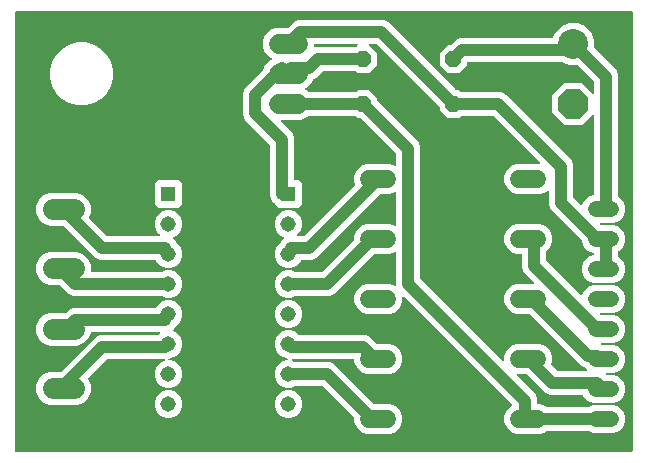
<source format=gbr>
G04 EAGLE Gerber RS-274X export*
G75*
%MOMM*%
%FSLAX34Y34*%
%LPD*%
%INTop Copper*%
%IPPOS*%
%AMOC8*
5,1,8,0,0,1.08239X$1,22.5*%
G01*
%ADD10R,1.308000X1.308000*%
%ADD11C,1.308000*%
%ADD12C,2.540000*%
%ADD13P,2.749271X8X292.500000*%
%ADD14C,1.524000*%
%ADD15C,1.676400*%
%ADD16P,1.429621X8X22.500000*%
%ADD17C,1.320800*%
%ADD18C,1.790700*%
%ADD19C,1.016000*%

G36*
X608098Y10164D02*
X608098Y10164D01*
X608117Y10162D01*
X608219Y10184D01*
X608321Y10200D01*
X608338Y10210D01*
X608358Y10214D01*
X608447Y10267D01*
X608538Y10316D01*
X608552Y10330D01*
X608569Y10340D01*
X608636Y10419D01*
X608708Y10494D01*
X608716Y10512D01*
X608729Y10527D01*
X608768Y10623D01*
X608811Y10717D01*
X608813Y10737D01*
X608821Y10755D01*
X608839Y10922D01*
X608839Y382678D01*
X608836Y382698D01*
X608838Y382717D01*
X608816Y382819D01*
X608800Y382921D01*
X608790Y382938D01*
X608786Y382958D01*
X608733Y383047D01*
X608684Y383138D01*
X608670Y383152D01*
X608660Y383169D01*
X608581Y383236D01*
X608506Y383308D01*
X608488Y383316D01*
X608473Y383329D01*
X608377Y383368D01*
X608283Y383411D01*
X608263Y383413D01*
X608245Y383421D01*
X608078Y383439D01*
X87122Y383439D01*
X87102Y383436D01*
X87083Y383438D01*
X86981Y383416D01*
X86879Y383400D01*
X86862Y383390D01*
X86842Y383386D01*
X86753Y383333D01*
X86662Y383284D01*
X86648Y383270D01*
X86631Y383260D01*
X86564Y383181D01*
X86492Y383106D01*
X86484Y383088D01*
X86471Y383073D01*
X86432Y382977D01*
X86389Y382883D01*
X86387Y382863D01*
X86379Y382845D01*
X86361Y382678D01*
X86361Y10922D01*
X86364Y10902D01*
X86362Y10883D01*
X86384Y10781D01*
X86400Y10679D01*
X86410Y10662D01*
X86414Y10642D01*
X86467Y10553D01*
X86516Y10462D01*
X86530Y10448D01*
X86540Y10431D01*
X86619Y10364D01*
X86694Y10292D01*
X86712Y10284D01*
X86727Y10271D01*
X86823Y10232D01*
X86917Y10189D01*
X86937Y10187D01*
X86955Y10179D01*
X87122Y10161D01*
X608078Y10161D01*
X608098Y10164D01*
G37*
%LPC*%
G36*
X510554Y25399D02*
X510554Y25399D01*
X505886Y27333D01*
X502313Y30906D01*
X500379Y35574D01*
X500379Y40626D01*
X502313Y45294D01*
X505886Y48867D01*
X506514Y49128D01*
X506553Y49152D01*
X506597Y49168D01*
X506657Y49216D01*
X506723Y49257D01*
X506753Y49293D01*
X506789Y49321D01*
X506831Y49387D01*
X506880Y49447D01*
X506897Y49490D01*
X506922Y49528D01*
X506941Y49604D01*
X506968Y49676D01*
X506970Y49722D01*
X506982Y49767D01*
X506976Y49844D01*
X506979Y49922D01*
X506966Y49966D01*
X506962Y50012D01*
X506932Y50083D01*
X506910Y50158D01*
X506884Y50196D01*
X506866Y50238D01*
X506781Y50345D01*
X506770Y50360D01*
X506766Y50363D01*
X506761Y50369D01*
X415320Y141810D01*
X415262Y141852D01*
X415210Y141902D01*
X415163Y141924D01*
X415121Y141954D01*
X415052Y141975D01*
X414987Y142005D01*
X414935Y142011D01*
X414885Y142026D01*
X414814Y142024D01*
X414743Y142032D01*
X414692Y142021D01*
X414640Y142020D01*
X414572Y141995D01*
X414502Y141980D01*
X414458Y141953D01*
X414409Y141935D01*
X414353Y141891D01*
X414291Y141854D01*
X414257Y141814D01*
X414217Y141782D01*
X414178Y141721D01*
X414131Y141667D01*
X414112Y141619D01*
X414084Y141575D01*
X414066Y141505D01*
X414039Y141439D01*
X414031Y141367D01*
X414023Y141336D01*
X414025Y141313D01*
X414021Y141272D01*
X414021Y137174D01*
X412087Y132506D01*
X408514Y128933D01*
X403846Y126999D01*
X383554Y126999D01*
X378886Y128933D01*
X375313Y132506D01*
X373379Y137174D01*
X373379Y142226D01*
X375313Y146894D01*
X378886Y150467D01*
X383554Y152401D01*
X403846Y152401D01*
X407887Y150727D01*
X407931Y150717D01*
X407973Y150697D01*
X408050Y150689D01*
X408126Y150671D01*
X408172Y150675D01*
X408217Y150670D01*
X408294Y150687D01*
X408371Y150694D01*
X408413Y150713D01*
X408458Y150722D01*
X408525Y150762D01*
X408596Y150794D01*
X408630Y150825D01*
X408669Y150849D01*
X408720Y150908D01*
X408777Y150960D01*
X408799Y151001D01*
X408829Y151036D01*
X408858Y151108D01*
X408895Y151176D01*
X408904Y151221D01*
X408921Y151264D01*
X408936Y151400D01*
X408939Y151418D01*
X408938Y151423D01*
X408939Y151430D01*
X408939Y178770D01*
X408932Y178815D01*
X408934Y178861D01*
X408912Y178936D01*
X408900Y179012D01*
X408878Y179053D01*
X408865Y179097D01*
X408821Y179161D01*
X408784Y179230D01*
X408751Y179261D01*
X408725Y179299D01*
X408662Y179345D01*
X408606Y179399D01*
X408564Y179418D01*
X408528Y179446D01*
X408454Y179470D01*
X408383Y179503D01*
X408337Y179508D01*
X408294Y179522D01*
X408216Y179521D01*
X408139Y179530D01*
X408094Y179520D01*
X408048Y179520D01*
X407916Y179481D01*
X407898Y179478D01*
X407894Y179475D01*
X407887Y179473D01*
X403846Y177799D01*
X390604Y177799D01*
X390514Y177785D01*
X390423Y177777D01*
X390393Y177765D01*
X390361Y177760D01*
X390281Y177717D01*
X390197Y177681D01*
X390165Y177655D01*
X390144Y177644D01*
X390122Y177621D01*
X390066Y177576D01*
X356276Y143786D01*
X352541Y142239D01*
X323488Y142239D01*
X323423Y142229D01*
X323357Y142228D01*
X323277Y142205D01*
X323245Y142200D01*
X323228Y142190D01*
X323196Y142181D01*
X319812Y140779D01*
X315188Y140779D01*
X310917Y142548D01*
X307648Y145817D01*
X305879Y150088D01*
X305879Y154712D01*
X307648Y158983D01*
X310917Y162252D01*
X315188Y164021D01*
X319812Y164021D01*
X323196Y162619D01*
X323260Y162604D01*
X323321Y162579D01*
X323404Y162570D01*
X323436Y162563D01*
X323455Y162564D01*
X323488Y162561D01*
X345996Y162561D01*
X346086Y162575D01*
X346177Y162583D01*
X346207Y162595D01*
X346239Y162600D01*
X346319Y162643D01*
X346403Y162679D01*
X346435Y162705D01*
X346456Y162716D01*
X346478Y162739D01*
X346534Y162784D01*
X373156Y189406D01*
X373209Y189480D01*
X373269Y189549D01*
X373281Y189579D01*
X373300Y189606D01*
X373327Y189692D01*
X373361Y189777D01*
X373365Y189818D01*
X373372Y189841D01*
X373371Y189873D01*
X373379Y189944D01*
X373379Y193026D01*
X375313Y197694D01*
X378886Y201267D01*
X383554Y203201D01*
X403846Y203201D01*
X407887Y201527D01*
X407931Y201517D01*
X407973Y201497D01*
X408050Y201489D01*
X408126Y201471D01*
X408172Y201475D01*
X408217Y201470D01*
X408294Y201487D01*
X408371Y201494D01*
X408413Y201513D01*
X408458Y201522D01*
X408525Y201562D01*
X408596Y201594D01*
X408630Y201625D01*
X408669Y201649D01*
X408720Y201708D01*
X408777Y201760D01*
X408799Y201801D01*
X408829Y201836D01*
X408858Y201908D01*
X408895Y201976D01*
X408904Y202021D01*
X408921Y202064D01*
X408936Y202200D01*
X408939Y202218D01*
X408938Y202223D01*
X408939Y202230D01*
X408939Y229570D01*
X408932Y229615D01*
X408934Y229661D01*
X408912Y229736D01*
X408900Y229812D01*
X408878Y229853D01*
X408865Y229897D01*
X408821Y229961D01*
X408784Y230030D01*
X408751Y230061D01*
X408725Y230099D01*
X408662Y230145D01*
X408606Y230199D01*
X408564Y230218D01*
X408528Y230246D01*
X408454Y230270D01*
X408383Y230303D01*
X408337Y230308D01*
X408294Y230322D01*
X408216Y230321D01*
X408139Y230330D01*
X408094Y230320D01*
X408048Y230320D01*
X407916Y230281D01*
X407898Y230278D01*
X407894Y230275D01*
X407887Y230273D01*
X403846Y228599D01*
X395684Y228599D01*
X395594Y228585D01*
X395503Y228577D01*
X395473Y228565D01*
X395441Y228560D01*
X395361Y228517D01*
X395277Y228481D01*
X395245Y228455D01*
X395224Y228444D01*
X395202Y228421D01*
X395146Y228376D01*
X341036Y174266D01*
X337301Y172719D01*
X328482Y172719D01*
X328368Y172700D01*
X328251Y172683D01*
X328246Y172681D01*
X328240Y172680D01*
X328137Y172625D01*
X328032Y172572D01*
X328028Y172567D01*
X328022Y172564D01*
X327942Y172480D01*
X327860Y172396D01*
X327856Y172390D01*
X327853Y172386D01*
X327845Y172369D01*
X327779Y172249D01*
X327352Y171217D01*
X324083Y167948D01*
X319812Y166179D01*
X315188Y166179D01*
X310917Y167948D01*
X307648Y171217D01*
X305879Y175488D01*
X305879Y180112D01*
X307648Y184383D01*
X310983Y187717D01*
X311021Y187770D01*
X311067Y187817D01*
X311107Y187890D01*
X311127Y187917D01*
X311132Y187936D01*
X311148Y187964D01*
X311426Y188636D01*
X311602Y188812D01*
X311625Y188843D01*
X311654Y188868D01*
X311745Y189009D01*
X311856Y189232D01*
X313090Y190302D01*
X313103Y190317D01*
X313129Y190339D01*
X313804Y191013D01*
X313831Y191051D01*
X313865Y191082D01*
X313902Y191150D01*
X313948Y191213D01*
X313961Y191257D01*
X313983Y191297D01*
X313997Y191374D01*
X314020Y191448D01*
X314019Y191494D01*
X314027Y191539D01*
X314016Y191616D01*
X314014Y191694D01*
X313998Y191737D01*
X313991Y191783D01*
X313956Y191852D01*
X313929Y191925D01*
X313900Y191961D01*
X313880Y192002D01*
X313824Y192056D01*
X313775Y192117D01*
X313737Y192142D01*
X313704Y192174D01*
X313584Y192240D01*
X313568Y192250D01*
X313564Y192251D01*
X313557Y192255D01*
X310917Y193348D01*
X307648Y196617D01*
X305879Y200888D01*
X305879Y205512D01*
X307648Y209783D01*
X310917Y213052D01*
X315188Y214821D01*
X319812Y214821D01*
X324083Y213052D01*
X327352Y209783D01*
X329121Y205512D01*
X329121Y200888D01*
X327352Y196617D01*
X325074Y194340D01*
X325033Y194282D01*
X324983Y194230D01*
X324961Y194183D01*
X324931Y194141D01*
X324910Y194072D01*
X324880Y194007D01*
X324874Y193955D01*
X324859Y193905D01*
X324860Y193834D01*
X324853Y193763D01*
X324864Y193712D01*
X324865Y193660D01*
X324890Y193592D01*
X324905Y193522D01*
X324931Y193477D01*
X324949Y193429D01*
X324994Y193373D01*
X325031Y193311D01*
X325071Y193277D01*
X325103Y193237D01*
X325163Y193198D01*
X325218Y193151D01*
X325266Y193132D01*
X325310Y193104D01*
X325379Y193086D01*
X325446Y193059D01*
X325517Y193051D01*
X325549Y193043D01*
X325572Y193045D01*
X325613Y193041D01*
X330756Y193041D01*
X330846Y193055D01*
X330937Y193063D01*
X330967Y193075D01*
X330999Y193080D01*
X331079Y193123D01*
X331163Y193159D01*
X331195Y193185D01*
X331216Y193196D01*
X331238Y193219D01*
X331294Y193264D01*
X374023Y235992D01*
X374090Y236086D01*
X374161Y236181D01*
X374163Y236187D01*
X374166Y236192D01*
X374200Y236303D01*
X374237Y236415D01*
X374237Y236421D01*
X374239Y236427D01*
X374236Y236544D01*
X374234Y236661D01*
X374232Y236668D01*
X374232Y236673D01*
X374226Y236690D01*
X374188Y236822D01*
X373379Y238774D01*
X373379Y243826D01*
X375313Y248494D01*
X378886Y252067D01*
X383554Y254001D01*
X403846Y254001D01*
X407887Y252327D01*
X407931Y252317D01*
X407973Y252297D01*
X408050Y252289D01*
X408126Y252271D01*
X408172Y252275D01*
X408217Y252270D01*
X408294Y252287D01*
X408371Y252294D01*
X408413Y252313D01*
X408458Y252322D01*
X408525Y252362D01*
X408596Y252394D01*
X408630Y252425D01*
X408669Y252449D01*
X408720Y252508D01*
X408777Y252560D01*
X408799Y252601D01*
X408829Y252636D01*
X408858Y252708D01*
X408895Y252776D01*
X408904Y252821D01*
X408921Y252864D01*
X408936Y252999D01*
X408939Y253018D01*
X408938Y253023D01*
X408939Y253030D01*
X408939Y262176D01*
X408925Y262266D01*
X408917Y262357D01*
X408905Y262387D01*
X408900Y262419D01*
X408857Y262499D01*
X408821Y262583D01*
X408795Y262615D01*
X408784Y262636D01*
X408761Y262658D01*
X408716Y262714D01*
X378538Y292892D01*
X378464Y292945D01*
X378395Y293005D01*
X378365Y293017D01*
X378338Y293036D01*
X378252Y293063D01*
X378167Y293097D01*
X378126Y293101D01*
X378103Y293108D01*
X378071Y293107D01*
X378000Y293115D01*
X376160Y293115D01*
X374859Y294416D01*
X374785Y294469D01*
X374716Y294529D01*
X374686Y294541D01*
X374659Y294560D01*
X374572Y294587D01*
X374487Y294621D01*
X374447Y294625D01*
X374424Y294632D01*
X374392Y294631D01*
X374321Y294639D01*
X335076Y294639D01*
X334986Y294625D01*
X334895Y294617D01*
X334865Y294605D01*
X334833Y294600D01*
X334752Y294557D01*
X334668Y294521D01*
X334636Y294495D01*
X334616Y294484D01*
X334593Y294461D01*
X334537Y294416D01*
X333508Y293387D01*
X328560Y291337D01*
X311610Y291337D01*
X311539Y291326D01*
X311468Y291324D01*
X311419Y291306D01*
X311367Y291298D01*
X311304Y291264D01*
X311237Y291239D01*
X311196Y291207D01*
X311150Y291182D01*
X311101Y291130D01*
X311045Y291086D01*
X311016Y291042D01*
X310980Y291004D01*
X310950Y290939D01*
X310912Y290879D01*
X310899Y290828D01*
X310877Y290781D01*
X310869Y290710D01*
X310851Y290640D01*
X310856Y290588D01*
X310850Y290537D01*
X310865Y290466D01*
X310871Y290395D01*
X310891Y290347D01*
X310902Y290296D01*
X310939Y290235D01*
X310967Y290169D01*
X311012Y290113D01*
X311028Y290085D01*
X311046Y290070D01*
X311072Y290038D01*
X321034Y280076D01*
X322581Y276341D01*
X322581Y240982D01*
X322584Y240962D01*
X322582Y240943D01*
X322604Y240841D01*
X322620Y240739D01*
X322630Y240722D01*
X322634Y240702D01*
X322687Y240613D01*
X322736Y240522D01*
X322750Y240508D01*
X322760Y240491D01*
X322839Y240424D01*
X322914Y240352D01*
X322932Y240344D01*
X322947Y240331D01*
X323043Y240292D01*
X323137Y240249D01*
X323157Y240247D01*
X323175Y240239D01*
X323342Y240221D01*
X326145Y240221D01*
X329121Y237245D01*
X329121Y219955D01*
X326145Y216979D01*
X308855Y216979D01*
X305879Y219955D01*
X305879Y220456D01*
X305865Y220546D01*
X305857Y220637D01*
X305845Y220667D01*
X305840Y220699D01*
X305797Y220779D01*
X305761Y220863D01*
X305735Y220895D01*
X305724Y220916D01*
X305701Y220938D01*
X305656Y220994D01*
X303806Y222844D01*
X302259Y226579D01*
X302259Y269796D01*
X302245Y269886D01*
X302237Y269977D01*
X302225Y270007D01*
X302220Y270039D01*
X302177Y270119D01*
X302141Y270203D01*
X302115Y270235D01*
X302104Y270256D01*
X302081Y270278D01*
X302036Y270334D01*
X280946Y291424D01*
X279399Y295159D01*
X279399Y314441D01*
X280946Y318176D01*
X295553Y332782D01*
X295591Y332836D01*
X295637Y332882D01*
X295677Y332956D01*
X295697Y332982D01*
X295702Y333001D01*
X295718Y333029D01*
X297705Y337826D01*
X301492Y341613D01*
X302901Y342197D01*
X302962Y342235D01*
X303027Y342264D01*
X303066Y342299D01*
X303110Y342326D01*
X303156Y342382D01*
X303208Y342430D01*
X303233Y342476D01*
X303267Y342516D01*
X303292Y342583D01*
X303327Y342646D01*
X303336Y342697D01*
X303355Y342745D01*
X303358Y342817D01*
X303371Y342888D01*
X303363Y342939D01*
X303365Y342991D01*
X303345Y343060D01*
X303335Y343131D01*
X303311Y343177D01*
X303297Y343227D01*
X303256Y343286D01*
X303223Y343350D01*
X303186Y343387D01*
X303156Y343429D01*
X303099Y343472D01*
X303048Y343522D01*
X302985Y343557D01*
X302959Y343576D01*
X302937Y343583D01*
X302901Y343603D01*
X301492Y344187D01*
X297705Y347974D01*
X295655Y352922D01*
X295655Y358278D01*
X297705Y363226D01*
X301492Y367013D01*
X306440Y369063D01*
X316278Y369063D01*
X316368Y369077D01*
X316459Y369085D01*
X316489Y369097D01*
X316521Y369102D01*
X316601Y369145D01*
X316685Y369181D01*
X316717Y369207D01*
X316738Y369218D01*
X316760Y369241D01*
X316816Y369286D01*
X321904Y374374D01*
X325639Y375921D01*
X398261Y375921D01*
X401996Y374374D01*
X404961Y371409D01*
X459662Y316708D01*
X459736Y316655D01*
X459805Y316595D01*
X459835Y316583D01*
X459861Y316564D01*
X459948Y316537D01*
X460033Y316503D01*
X460074Y316499D01*
X460097Y316492D01*
X460129Y316493D01*
X460200Y316485D01*
X462040Y316485D01*
X463341Y315184D01*
X463415Y315131D01*
X463484Y315071D01*
X463514Y315059D01*
X463541Y315040D01*
X463628Y315013D01*
X463713Y314979D01*
X463753Y314975D01*
X463776Y314968D01*
X463808Y314969D01*
X463879Y314961D01*
X497321Y314961D01*
X501056Y313414D01*
X557254Y257216D01*
X558801Y253481D01*
X558801Y225504D01*
X558815Y225414D01*
X558823Y225323D01*
X558835Y225293D01*
X558840Y225261D01*
X558883Y225181D01*
X558919Y225097D01*
X558945Y225065D01*
X558956Y225044D01*
X558979Y225022D01*
X559024Y224966D01*
X565063Y218927D01*
X565100Y218900D01*
X565131Y218866D01*
X565200Y218828D01*
X565263Y218783D01*
X565306Y218770D01*
X565347Y218747D01*
X565423Y218734D01*
X565498Y218711D01*
X565544Y218712D01*
X565589Y218704D01*
X565666Y218715D01*
X565744Y218717D01*
X565787Y218733D01*
X565832Y218739D01*
X565901Y218775D01*
X565975Y218801D01*
X566010Y218830D01*
X566051Y218851D01*
X566106Y218907D01*
X566167Y218955D01*
X566191Y218994D01*
X566224Y219027D01*
X566290Y219146D01*
X566300Y219162D01*
X566301Y219167D01*
X566304Y219174D01*
X567690Y222519D01*
X570977Y225806D01*
X575272Y227585D01*
X575818Y227585D01*
X575838Y227588D01*
X575857Y227586D01*
X575959Y227608D01*
X576061Y227624D01*
X576078Y227634D01*
X576098Y227638D01*
X576187Y227691D01*
X576278Y227740D01*
X576292Y227754D01*
X576309Y227764D01*
X576376Y227843D01*
X576448Y227918D01*
X576456Y227936D01*
X576469Y227951D01*
X576508Y228047D01*
X576551Y228141D01*
X576553Y228161D01*
X576561Y228179D01*
X576579Y228346D01*
X576579Y295596D01*
X576568Y295666D01*
X576566Y295738D01*
X576548Y295787D01*
X576540Y295838D01*
X576506Y295902D01*
X576481Y295969D01*
X576449Y296010D01*
X576424Y296056D01*
X576372Y296105D01*
X576328Y296161D01*
X576284Y296189D01*
X576246Y296225D01*
X576181Y296255D01*
X576121Y296294D01*
X576070Y296307D01*
X576023Y296329D01*
X575952Y296337D01*
X575882Y296354D01*
X575830Y296350D01*
X575779Y296356D01*
X575708Y296341D01*
X575637Y296335D01*
X575589Y296315D01*
X575538Y296304D01*
X575477Y296267D01*
X575411Y296239D01*
X575355Y296194D01*
X575327Y296178D01*
X575312Y296160D01*
X575280Y296134D01*
X566165Y287019D01*
X551435Y287019D01*
X541019Y297435D01*
X541019Y312165D01*
X551435Y322581D01*
X566165Y322581D01*
X575280Y313466D01*
X575338Y313424D01*
X575390Y313375D01*
X575437Y313353D01*
X575479Y313322D01*
X575548Y313301D01*
X575613Y313271D01*
X575665Y313265D01*
X575715Y313250D01*
X575786Y313252D01*
X575857Y313244D01*
X575908Y313255D01*
X575960Y313256D01*
X576028Y313281D01*
X576098Y313296D01*
X576143Y313323D01*
X576191Y313341D01*
X576247Y313386D01*
X576309Y313422D01*
X576343Y313462D01*
X576383Y313495D01*
X576422Y313555D01*
X576469Y313609D01*
X576488Y313658D01*
X576516Y313702D01*
X576534Y313771D01*
X576561Y313838D01*
X576569Y313909D01*
X576577Y313940D01*
X576575Y313963D01*
X576579Y314004D01*
X576579Y323136D01*
X576565Y323226D01*
X576557Y323317D01*
X576545Y323347D01*
X576540Y323379D01*
X576497Y323459D01*
X576461Y323543D01*
X576435Y323575D01*
X576424Y323596D01*
X576401Y323618D01*
X576356Y323674D01*
X562434Y337596D01*
X562360Y337649D01*
X562291Y337709D01*
X562261Y337721D01*
X562235Y337740D01*
X562148Y337767D01*
X562063Y337801D01*
X562022Y337805D01*
X561999Y337812D01*
X561967Y337811D01*
X561896Y337819D01*
X555263Y337819D01*
X549271Y340301D01*
X549207Y340316D01*
X549146Y340341D01*
X549064Y340350D01*
X549031Y340357D01*
X549012Y340356D01*
X548980Y340359D01*
X469646Y340359D01*
X469626Y340356D01*
X469607Y340358D01*
X469505Y340336D01*
X469403Y340320D01*
X469386Y340310D01*
X469366Y340306D01*
X469277Y340253D01*
X469186Y340204D01*
X469172Y340190D01*
X469155Y340180D01*
X469088Y340101D01*
X469016Y340026D01*
X469008Y340008D01*
X468995Y339993D01*
X468956Y339897D01*
X468913Y339803D01*
X468911Y339783D01*
X468903Y339765D01*
X468885Y339598D01*
X468885Y338060D01*
X462040Y331215D01*
X452360Y331215D01*
X445515Y338060D01*
X445515Y347740D01*
X452360Y354585D01*
X454200Y354585D01*
X454290Y354599D01*
X454381Y354607D01*
X454411Y354619D01*
X454443Y354624D01*
X454523Y354667D01*
X454607Y354703D01*
X454639Y354729D01*
X454660Y354740D01*
X454682Y354763D01*
X454738Y354808D01*
X459064Y359134D01*
X462799Y360681D01*
X541150Y360681D01*
X541265Y360700D01*
X541381Y360717D01*
X541387Y360719D01*
X541393Y360720D01*
X541496Y360775D01*
X541600Y360828D01*
X541605Y360833D01*
X541610Y360836D01*
X541690Y360920D01*
X541773Y361004D01*
X541776Y361010D01*
X541780Y361014D01*
X541787Y361031D01*
X541853Y361151D01*
X543726Y365672D01*
X548728Y370674D01*
X555263Y373381D01*
X562337Y373381D01*
X568872Y370674D01*
X573874Y365672D01*
X576581Y359137D01*
X576581Y352504D01*
X576595Y352414D01*
X576603Y352323D01*
X576615Y352293D01*
X576620Y352261D01*
X576663Y352181D01*
X576699Y352097D01*
X576725Y352065D01*
X576736Y352044D01*
X576759Y352022D01*
X576804Y351966D01*
X595354Y333416D01*
X596901Y329681D01*
X596901Y226531D01*
X596920Y226416D01*
X596937Y226300D01*
X596939Y226294D01*
X596940Y226288D01*
X596995Y226185D01*
X597048Y226081D01*
X597053Y226076D01*
X597056Y226071D01*
X597141Y225990D01*
X597224Y225908D01*
X597230Y225905D01*
X597234Y225901D01*
X597251Y225893D01*
X597371Y225827D01*
X597423Y225806D01*
X600710Y222519D01*
X602489Y218224D01*
X602489Y213576D01*
X600710Y209281D01*
X597423Y205994D01*
X593128Y204215D01*
X581612Y204215D01*
X581541Y204204D01*
X581470Y204202D01*
X581421Y204184D01*
X581369Y204176D01*
X581306Y204142D01*
X581239Y204117D01*
X581198Y204085D01*
X581152Y204060D01*
X581103Y204009D01*
X581047Y203964D01*
X581018Y203920D01*
X580982Y203882D01*
X580952Y203817D01*
X580914Y203757D01*
X580901Y203706D01*
X580879Y203659D01*
X580871Y203588D01*
X580853Y203518D01*
X580858Y203466D01*
X580852Y203415D01*
X580867Y203344D01*
X580873Y203273D01*
X580893Y203225D01*
X580904Y203174D01*
X580941Y203113D01*
X580969Y203047D01*
X581014Y202991D01*
X581030Y202963D01*
X581048Y202948D01*
X581074Y202916D01*
X581582Y202408D01*
X581656Y202355D01*
X581725Y202295D01*
X581755Y202283D01*
X581781Y202264D01*
X581868Y202237D01*
X581953Y202203D01*
X581994Y202199D01*
X582017Y202192D01*
X582049Y202193D01*
X582120Y202185D01*
X593128Y202185D01*
X597423Y200406D01*
X600710Y197119D01*
X602489Y192824D01*
X602489Y188176D01*
X600710Y183881D01*
X597423Y180594D01*
X597371Y180573D01*
X597271Y180511D01*
X597171Y180451D01*
X597167Y180446D01*
X597162Y180443D01*
X597087Y180353D01*
X597011Y180264D01*
X597009Y180258D01*
X597005Y180253D01*
X596963Y180145D01*
X596919Y180036D01*
X596918Y180028D01*
X596917Y180024D01*
X596916Y180006D01*
X596901Y179869D01*
X596901Y175731D01*
X596920Y175616D01*
X596937Y175500D01*
X596939Y175494D01*
X596940Y175488D01*
X596995Y175385D01*
X597048Y175281D01*
X597053Y175276D01*
X597056Y175271D01*
X597141Y175190D01*
X597224Y175108D01*
X597230Y175105D01*
X597234Y175101D01*
X597251Y175093D01*
X597371Y175027D01*
X597423Y175006D01*
X600710Y171719D01*
X602489Y167424D01*
X602489Y162776D01*
X600710Y158481D01*
X597423Y155194D01*
X593128Y153415D01*
X575272Y153415D01*
X570977Y155194D01*
X567690Y158481D01*
X565911Y162776D01*
X565911Y167424D01*
X567690Y171719D01*
X570977Y175006D01*
X575272Y176785D01*
X575818Y176785D01*
X575838Y176788D01*
X575857Y176786D01*
X575959Y176808D01*
X576061Y176824D01*
X576078Y176834D01*
X576098Y176838D01*
X576187Y176891D01*
X576278Y176940D01*
X576292Y176954D01*
X576309Y176964D01*
X576376Y177043D01*
X576448Y177118D01*
X576456Y177136D01*
X576469Y177151D01*
X576508Y177247D01*
X576551Y177341D01*
X576553Y177361D01*
X576561Y177379D01*
X576579Y177546D01*
X576579Y178054D01*
X576576Y178074D01*
X576578Y178093D01*
X576556Y178195D01*
X576540Y178297D01*
X576530Y178314D01*
X576526Y178334D01*
X576473Y178423D01*
X576424Y178514D01*
X576410Y178528D01*
X576400Y178545D01*
X576321Y178612D01*
X576246Y178684D01*
X576228Y178692D01*
X576213Y178705D01*
X576117Y178744D01*
X576023Y178787D01*
X576003Y178789D01*
X575985Y178797D01*
X575818Y178815D01*
X575272Y178815D01*
X570977Y180594D01*
X567690Y183881D01*
X565911Y188176D01*
X565911Y189024D01*
X565897Y189114D01*
X565889Y189205D01*
X565877Y189235D01*
X565872Y189267D01*
X565829Y189347D01*
X565793Y189431D01*
X565767Y189463D01*
X565756Y189484D01*
X565733Y189506D01*
X565688Y189562D01*
X542991Y212259D01*
X540026Y215224D01*
X538479Y218959D01*
X538479Y231660D01*
X538468Y231731D01*
X538466Y231802D01*
X538448Y231851D01*
X538440Y231903D01*
X538406Y231966D01*
X538381Y232033D01*
X538349Y232074D01*
X538324Y232120D01*
X538272Y232169D01*
X538228Y232225D01*
X538184Y232254D01*
X538146Y232289D01*
X538081Y232320D01*
X538021Y232358D01*
X537970Y232371D01*
X537923Y232393D01*
X537852Y232401D01*
X537782Y232418D01*
X537730Y232414D01*
X537679Y232420D01*
X537608Y232405D01*
X537537Y232399D01*
X537489Y232379D01*
X537438Y232368D01*
X537377Y232331D01*
X537311Y232303D01*
X537255Y232258D01*
X537227Y232242D01*
X537212Y232224D01*
X537180Y232198D01*
X535514Y230533D01*
X530846Y228599D01*
X510554Y228599D01*
X505886Y230533D01*
X502313Y234106D01*
X500379Y238774D01*
X500379Y243826D01*
X502313Y248494D01*
X505886Y252067D01*
X510554Y254001D01*
X529892Y254001D01*
X529963Y254012D01*
X530034Y254014D01*
X530083Y254032D01*
X530135Y254040D01*
X530198Y254074D01*
X530265Y254099D01*
X530306Y254131D01*
X530352Y254156D01*
X530401Y254208D01*
X530457Y254252D01*
X530486Y254296D01*
X530522Y254334D01*
X530552Y254399D01*
X530590Y254459D01*
X530603Y254510D01*
X530625Y254557D01*
X530633Y254628D01*
X530651Y254698D01*
X530646Y254750D01*
X530652Y254801D01*
X530637Y254872D01*
X530631Y254943D01*
X530611Y254991D01*
X530600Y255042D01*
X530563Y255103D01*
X530535Y255169D01*
X530490Y255225D01*
X530474Y255253D01*
X530456Y255268D01*
X530430Y255300D01*
X491314Y294416D01*
X491240Y294469D01*
X491171Y294529D01*
X491141Y294541D01*
X491114Y294560D01*
X491028Y294587D01*
X490943Y294621D01*
X490902Y294625D01*
X490879Y294632D01*
X490847Y294631D01*
X490776Y294639D01*
X463879Y294639D01*
X463789Y294625D01*
X463698Y294617D01*
X463668Y294605D01*
X463637Y294600D01*
X463556Y294557D01*
X463472Y294521D01*
X463440Y294495D01*
X463419Y294484D01*
X463397Y294461D01*
X463341Y294416D01*
X462040Y293115D01*
X452360Y293115D01*
X445515Y299960D01*
X445515Y301800D01*
X445501Y301890D01*
X445493Y301981D01*
X445481Y302011D01*
X445476Y302043D01*
X445433Y302123D01*
X445397Y302207D01*
X445371Y302239D01*
X445360Y302260D01*
X445337Y302282D01*
X445292Y302338D01*
X392254Y355376D01*
X392180Y355429D01*
X392111Y355489D01*
X392081Y355501D01*
X392055Y355520D01*
X391968Y355547D01*
X391883Y355581D01*
X391842Y355585D01*
X391819Y355592D01*
X391787Y355591D01*
X391716Y355599D01*
X386663Y355599D01*
X386593Y355588D01*
X386521Y355586D01*
X386472Y355568D01*
X386420Y355560D01*
X386357Y355526D01*
X386290Y355501D01*
X386249Y355469D01*
X386203Y355444D01*
X386154Y355392D01*
X386098Y355348D01*
X386070Y355304D01*
X386034Y355266D01*
X386004Y355201D01*
X385965Y355141D01*
X385952Y355090D01*
X385930Y355043D01*
X385922Y354972D01*
X385905Y354902D01*
X385909Y354850D01*
X385903Y354799D01*
X385918Y354728D01*
X385924Y354657D01*
X385944Y354609D01*
X385955Y354558D01*
X385992Y354497D01*
X386020Y354431D01*
X386065Y354375D01*
X386081Y354347D01*
X386099Y354332D01*
X386125Y354300D01*
X392685Y347740D01*
X392685Y338060D01*
X385840Y331215D01*
X376160Y331215D01*
X374859Y332516D01*
X374785Y332569D01*
X374716Y332629D01*
X374685Y332641D01*
X374659Y332660D01*
X374572Y332687D01*
X374487Y332721D01*
X374446Y332725D01*
X374424Y332732D01*
X374392Y332731D01*
X374321Y332739D01*
X347424Y332739D01*
X347334Y332725D01*
X347243Y332717D01*
X347213Y332705D01*
X347181Y332700D01*
X347101Y332657D01*
X347017Y332621D01*
X346985Y332595D01*
X346964Y332584D01*
X346942Y332561D01*
X346886Y332516D01*
X341036Y326666D01*
X338858Y325764D01*
X338780Y325716D01*
X338699Y325675D01*
X338676Y325652D01*
X338649Y325635D01*
X338591Y325564D01*
X338527Y325499D01*
X338507Y325463D01*
X338492Y325445D01*
X338480Y325415D01*
X338446Y325352D01*
X337295Y322574D01*
X333508Y318787D01*
X332099Y318203D01*
X332038Y318166D01*
X331973Y318136D01*
X331934Y318101D01*
X331890Y318074D01*
X331844Y318018D01*
X331792Y317970D01*
X331767Y317924D01*
X331733Y317884D01*
X331708Y317817D01*
X331673Y317754D01*
X331664Y317703D01*
X331645Y317655D01*
X331642Y317583D01*
X331629Y317512D01*
X331637Y317461D01*
X331635Y317409D01*
X331655Y317340D01*
X331665Y317269D01*
X331689Y317223D01*
X331703Y317173D01*
X331744Y317114D01*
X331777Y317050D01*
X331814Y317013D01*
X331844Y316971D01*
X331901Y316928D01*
X331952Y316878D01*
X332015Y316843D01*
X332041Y316824D01*
X332063Y316817D01*
X332099Y316797D01*
X333508Y316213D01*
X334537Y315184D01*
X334611Y315131D01*
X334681Y315071D01*
X334711Y315059D01*
X334737Y315040D01*
X334824Y315013D01*
X334909Y314979D01*
X334950Y314975D01*
X334972Y314968D01*
X335004Y314969D01*
X335076Y314961D01*
X374321Y314961D01*
X374411Y314975D01*
X374502Y314983D01*
X374532Y314995D01*
X374563Y315000D01*
X374644Y315043D01*
X374728Y315079D01*
X374760Y315105D01*
X374781Y315116D01*
X374803Y315139D01*
X374859Y315184D01*
X376160Y316485D01*
X385840Y316485D01*
X392685Y309640D01*
X392685Y307800D01*
X392687Y307784D01*
X392686Y307770D01*
X392700Y307705D01*
X392707Y307619D01*
X392719Y307589D01*
X392724Y307557D01*
X392737Y307533D01*
X392738Y307530D01*
X392748Y307514D01*
X392767Y307477D01*
X392803Y307393D01*
X392829Y307361D01*
X392840Y307340D01*
X392863Y307318D01*
X392908Y307262D01*
X427714Y272456D01*
X429261Y268721D01*
X429261Y156924D01*
X429275Y156834D01*
X429283Y156743D01*
X429295Y156713D01*
X429300Y156681D01*
X429343Y156601D01*
X429379Y156517D01*
X429405Y156485D01*
X429416Y156464D01*
X429439Y156442D01*
X429484Y156386D01*
X499080Y86790D01*
X499138Y86748D01*
X499190Y86698D01*
X499237Y86676D01*
X499279Y86646D01*
X499348Y86625D01*
X499413Y86595D01*
X499465Y86589D01*
X499515Y86574D01*
X499586Y86576D01*
X499657Y86568D01*
X499708Y86579D01*
X499760Y86580D01*
X499828Y86605D01*
X499898Y86620D01*
X499943Y86647D01*
X499991Y86665D01*
X500047Y86709D01*
X500109Y86746D01*
X500143Y86786D01*
X500183Y86818D01*
X500222Y86879D01*
X500269Y86933D01*
X500288Y86981D01*
X500316Y87025D01*
X500334Y87095D01*
X500361Y87161D01*
X500369Y87233D01*
X500377Y87264D01*
X500375Y87287D01*
X500379Y87328D01*
X500379Y91426D01*
X502313Y96094D01*
X505886Y99667D01*
X510554Y101601D01*
X530846Y101601D01*
X535514Y99667D01*
X539087Y96094D01*
X541021Y91426D01*
X541021Y86374D01*
X540212Y84422D01*
X540186Y84308D01*
X540157Y84195D01*
X540158Y84188D01*
X540156Y84182D01*
X540167Y84066D01*
X540176Y83949D01*
X540179Y83944D01*
X540179Y83937D01*
X540227Y83830D01*
X540272Y83723D01*
X540277Y83717D01*
X540279Y83713D01*
X540292Y83699D01*
X540377Y83592D01*
X545006Y78964D01*
X545080Y78911D01*
X545149Y78851D01*
X545179Y78839D01*
X545206Y78820D01*
X545292Y78793D01*
X545377Y78759D01*
X545418Y78755D01*
X545441Y78748D01*
X545473Y78749D01*
X545544Y78741D01*
X569393Y78741D01*
X569463Y78752D01*
X569535Y78754D01*
X569584Y78772D01*
X569636Y78780D01*
X569699Y78814D01*
X569766Y78839D01*
X569807Y78871D01*
X569853Y78896D01*
X569902Y78947D01*
X569958Y78992D01*
X569986Y79036D01*
X570022Y79074D01*
X570052Y79139D01*
X570091Y79199D01*
X570104Y79250D01*
X570126Y79297D01*
X570134Y79368D01*
X570151Y79438D01*
X570147Y79490D01*
X570153Y79541D01*
X570138Y79612D01*
X570132Y79683D01*
X570112Y79731D01*
X570101Y79782D01*
X570064Y79843D01*
X570036Y79909D01*
X569991Y79965D01*
X569975Y79993D01*
X569957Y80008D01*
X569931Y80040D01*
X568243Y81729D01*
X568190Y81767D01*
X568143Y81813D01*
X568070Y81853D01*
X568043Y81872D01*
X568024Y81878D01*
X567996Y81894D01*
X565744Y82826D01*
X521794Y126776D01*
X521720Y126829D01*
X521651Y126889D01*
X521621Y126901D01*
X521594Y126920D01*
X521508Y126947D01*
X521423Y126981D01*
X521382Y126985D01*
X521359Y126992D01*
X521327Y126991D01*
X521256Y126999D01*
X510554Y126999D01*
X505886Y128933D01*
X502313Y132506D01*
X500379Y137174D01*
X500379Y142226D01*
X502313Y146894D01*
X505886Y150467D01*
X510554Y152401D01*
X524812Y152401D01*
X524883Y152412D01*
X524954Y152414D01*
X525003Y152432D01*
X525055Y152440D01*
X525118Y152474D01*
X525185Y152499D01*
X525226Y152531D01*
X525272Y152556D01*
X525321Y152608D01*
X525377Y152652D01*
X525406Y152696D01*
X525442Y152734D01*
X525472Y152799D01*
X525510Y152859D01*
X525523Y152910D01*
X525545Y152957D01*
X525553Y153028D01*
X525571Y153098D01*
X525566Y153150D01*
X525572Y153201D01*
X525557Y153272D01*
X525551Y153343D01*
X525531Y153391D01*
X525520Y153442D01*
X525483Y153503D01*
X525455Y153569D01*
X525410Y153625D01*
X525394Y153653D01*
X525376Y153668D01*
X525350Y153700D01*
X520131Y158919D01*
X517166Y161884D01*
X515619Y165619D01*
X515619Y177038D01*
X515616Y177058D01*
X515618Y177077D01*
X515596Y177179D01*
X515580Y177281D01*
X515570Y177298D01*
X515566Y177318D01*
X515513Y177407D01*
X515464Y177498D01*
X515450Y177512D01*
X515440Y177529D01*
X515361Y177596D01*
X515286Y177668D01*
X515268Y177676D01*
X515253Y177689D01*
X515157Y177728D01*
X515063Y177771D01*
X515043Y177773D01*
X515025Y177781D01*
X514858Y177799D01*
X510554Y177799D01*
X505886Y179733D01*
X502313Y183306D01*
X500379Y187974D01*
X500379Y193026D01*
X502313Y197694D01*
X505886Y201267D01*
X510554Y203201D01*
X530846Y203201D01*
X535514Y201267D01*
X539087Y197694D01*
X541021Y193026D01*
X541021Y187974D01*
X539087Y183306D01*
X536164Y180382D01*
X536111Y180308D01*
X536051Y180239D01*
X536039Y180209D01*
X536020Y180182D01*
X535993Y180095D01*
X535959Y180011D01*
X535955Y179970D01*
X535948Y179947D01*
X535949Y179915D01*
X535941Y179844D01*
X535941Y172164D01*
X535956Y172074D01*
X535963Y171983D01*
X535975Y171953D01*
X535980Y171921D01*
X536023Y171841D01*
X536059Y171757D01*
X536085Y171725D01*
X536096Y171704D01*
X536119Y171682D01*
X536164Y171626D01*
X565063Y142727D01*
X565100Y142700D01*
X565131Y142666D01*
X565200Y142628D01*
X565263Y142583D01*
X565306Y142570D01*
X565347Y142547D01*
X565423Y142534D01*
X565498Y142511D01*
X565544Y142512D01*
X565589Y142504D01*
X565666Y142515D01*
X565744Y142517D01*
X565787Y142533D01*
X565832Y142539D01*
X565901Y142575D01*
X565975Y142601D01*
X566010Y142630D01*
X566051Y142651D01*
X566106Y142707D01*
X566167Y142755D01*
X566191Y142794D01*
X566224Y142827D01*
X566290Y142946D01*
X566300Y142962D01*
X566301Y142967D01*
X566304Y142974D01*
X567690Y146319D01*
X570977Y149606D01*
X575272Y151385D01*
X593128Y151385D01*
X597423Y149606D01*
X600710Y146319D01*
X602489Y142024D01*
X602489Y137376D01*
X600710Y133081D01*
X597423Y129794D01*
X593128Y128015D01*
X581612Y128015D01*
X581541Y128004D01*
X581470Y128002D01*
X581421Y127984D01*
X581369Y127976D01*
X581306Y127942D01*
X581239Y127917D01*
X581198Y127885D01*
X581152Y127860D01*
X581102Y127808D01*
X581047Y127764D01*
X581018Y127720D01*
X580982Y127682D01*
X580952Y127617D01*
X580914Y127557D01*
X580901Y127506D01*
X580879Y127459D01*
X580871Y127388D01*
X580853Y127318D01*
X580858Y127266D01*
X580852Y127215D01*
X580867Y127144D01*
X580873Y127073D01*
X580893Y127025D01*
X580904Y126974D01*
X580941Y126913D01*
X580969Y126847D01*
X581014Y126791D01*
X581030Y126763D01*
X581048Y126748D01*
X581074Y126716D01*
X581582Y126208D01*
X581656Y126154D01*
X581725Y126095D01*
X581755Y126083D01*
X581782Y126064D01*
X581869Y126037D01*
X581953Y126003D01*
X581994Y125999D01*
X582017Y125992D01*
X582049Y125993D01*
X582120Y125985D01*
X593128Y125985D01*
X597423Y124206D01*
X600710Y120919D01*
X602489Y116624D01*
X602489Y111976D01*
X600710Y107681D01*
X597423Y104394D01*
X593128Y102615D01*
X582714Y102615D01*
X582644Y102604D01*
X582574Y102602D01*
X582524Y102584D01*
X582471Y102576D01*
X582409Y102543D01*
X582343Y102518D01*
X582301Y102485D01*
X582254Y102460D01*
X582205Y102409D01*
X582150Y102365D01*
X582121Y102321D01*
X582085Y102282D01*
X582055Y102218D01*
X582017Y102159D01*
X582003Y102107D01*
X581981Y102059D01*
X581973Y101989D01*
X581956Y101920D01*
X581960Y101867D01*
X581954Y101815D01*
X581969Y101745D01*
X581974Y101675D01*
X581995Y101626D01*
X582006Y101574D01*
X582043Y101513D01*
X582070Y101448D01*
X582105Y101409D01*
X582132Y101363D01*
X582186Y101317D01*
X582233Y101264D01*
X582295Y101224D01*
X582319Y101203D01*
X582341Y101195D01*
X582374Y101173D01*
X583317Y100701D01*
X583336Y100695D01*
X583366Y100679D01*
X583454Y100643D01*
X583518Y100628D01*
X583579Y100603D01*
X583661Y100594D01*
X583694Y100586D01*
X583713Y100588D01*
X583745Y100585D01*
X593128Y100585D01*
X597423Y98806D01*
X600710Y95519D01*
X602489Y91224D01*
X602489Y86576D01*
X600710Y82281D01*
X597423Y78994D01*
X593128Y77215D01*
X586692Y77215D01*
X586621Y77204D01*
X586550Y77202D01*
X586501Y77184D01*
X586449Y77176D01*
X586386Y77142D01*
X586319Y77117D01*
X586278Y77085D01*
X586232Y77060D01*
X586182Y77008D01*
X586127Y76964D01*
X586098Y76920D01*
X586062Y76882D01*
X586032Y76817D01*
X585994Y76757D01*
X585981Y76706D01*
X585959Y76659D01*
X585951Y76588D01*
X585933Y76518D01*
X585938Y76466D01*
X585932Y76415D01*
X585947Y76344D01*
X585953Y76273D01*
X585973Y76225D01*
X585984Y76174D01*
X586021Y76113D01*
X586049Y76047D01*
X586094Y75991D01*
X586110Y75963D01*
X586128Y75948D01*
X586154Y75916D01*
X586662Y75408D01*
X586736Y75354D01*
X586805Y75295D01*
X586835Y75283D01*
X586862Y75264D01*
X586949Y75237D01*
X587033Y75203D01*
X587074Y75199D01*
X587097Y75192D01*
X587129Y75193D01*
X587200Y75185D01*
X593128Y75185D01*
X597423Y73406D01*
X600710Y70119D01*
X602489Y65824D01*
X602489Y61176D01*
X600710Y56881D01*
X597423Y53594D01*
X593128Y51815D01*
X575272Y51815D01*
X570977Y53594D01*
X567690Y56881D01*
X567248Y57949D01*
X567186Y58049D01*
X567126Y58149D01*
X567121Y58153D01*
X567118Y58158D01*
X567028Y58233D01*
X566939Y58309D01*
X566933Y58311D01*
X566929Y58315D01*
X566821Y58357D01*
X566711Y58401D01*
X566704Y58402D01*
X566699Y58403D01*
X566681Y58404D01*
X566544Y58419D01*
X538999Y58419D01*
X535264Y59966D01*
X519254Y75976D01*
X519180Y76029D01*
X519111Y76089D01*
X519081Y76101D01*
X519054Y76120D01*
X518968Y76147D01*
X518883Y76181D01*
X518842Y76185D01*
X518819Y76192D01*
X518787Y76191D01*
X518716Y76199D01*
X511508Y76199D01*
X511437Y76188D01*
X511366Y76186D01*
X511317Y76168D01*
X511265Y76160D01*
X511202Y76126D01*
X511135Y76101D01*
X511094Y76069D01*
X511048Y76044D01*
X510999Y75992D01*
X510943Y75948D01*
X510914Y75904D01*
X510878Y75866D01*
X510848Y75801D01*
X510810Y75741D01*
X510797Y75690D01*
X510775Y75643D01*
X510767Y75572D01*
X510749Y75502D01*
X510754Y75450D01*
X510748Y75399D01*
X510763Y75328D01*
X510769Y75257D01*
X510789Y75209D01*
X510800Y75158D01*
X510837Y75097D01*
X510865Y75031D01*
X510910Y74975D01*
X510926Y74947D01*
X510944Y74932D01*
X510970Y74900D01*
X526774Y59096D01*
X528321Y55361D01*
X528321Y51562D01*
X528324Y51542D01*
X528322Y51523D01*
X528344Y51421D01*
X528360Y51319D01*
X528370Y51302D01*
X528374Y51282D01*
X528427Y51193D01*
X528476Y51102D01*
X528490Y51088D01*
X528500Y51071D01*
X528579Y51004D01*
X528654Y50932D01*
X528672Y50924D01*
X528687Y50911D01*
X528783Y50872D01*
X528877Y50829D01*
X528897Y50827D01*
X528915Y50819D01*
X529082Y50801D01*
X530846Y50801D01*
X535514Y48867D01*
X535898Y48484D01*
X535972Y48431D01*
X536041Y48371D01*
X536071Y48359D01*
X536098Y48340D01*
X536185Y48313D01*
X536269Y48279D01*
X536310Y48275D01*
X536333Y48268D01*
X536365Y48269D01*
X536436Y48261D01*
X571441Y48261D01*
X571506Y48271D01*
X571571Y48272D01*
X571651Y48295D01*
X571684Y48300D01*
X571701Y48310D01*
X571732Y48319D01*
X575272Y49785D01*
X593128Y49785D01*
X597423Y48006D01*
X600710Y44719D01*
X602489Y40424D01*
X602489Y35776D01*
X600710Y31481D01*
X597423Y28194D01*
X593128Y26415D01*
X575272Y26415D01*
X571732Y27881D01*
X571669Y27896D01*
X571608Y27921D01*
X571525Y27930D01*
X571493Y27937D01*
X571474Y27936D01*
X571441Y27939D01*
X536436Y27939D01*
X536346Y27925D01*
X536255Y27917D01*
X536225Y27905D01*
X536193Y27900D01*
X536113Y27857D01*
X536029Y27821D01*
X535997Y27795D01*
X535976Y27784D01*
X535954Y27761D01*
X535898Y27716D01*
X535514Y27333D01*
X530846Y25399D01*
X510554Y25399D01*
G37*
%LPD*%
%LPC*%
G36*
X115255Y49866D02*
X115255Y49866D01*
X110097Y52002D01*
X106149Y55950D01*
X104012Y61108D01*
X104012Y66692D01*
X106149Y71850D01*
X110097Y75798D01*
X115255Y77934D01*
X124209Y77934D01*
X124300Y77949D01*
X124390Y77956D01*
X124420Y77969D01*
X124452Y77974D01*
X124533Y78017D01*
X124617Y78052D01*
X124649Y78078D01*
X124670Y78089D01*
X124692Y78112D01*
X124748Y78157D01*
X154264Y107674D01*
X157999Y109221D01*
X206771Y109221D01*
X206861Y109235D01*
X206952Y109243D01*
X206982Y109255D01*
X207014Y109260D01*
X207094Y109303D01*
X207179Y109339D01*
X207211Y109365D01*
X207231Y109376D01*
X207253Y109399D01*
X207309Y109444D01*
X208326Y110460D01*
X208367Y110518D01*
X208417Y110570D01*
X208439Y110617D01*
X208469Y110659D01*
X208490Y110728D01*
X208520Y110793D01*
X208526Y110845D01*
X208541Y110895D01*
X208540Y110966D01*
X208547Y111037D01*
X208536Y111088D01*
X208535Y111140D01*
X208510Y111208D01*
X208495Y111278D01*
X208469Y111323D01*
X208451Y111371D01*
X208406Y111427D01*
X208369Y111489D01*
X208329Y111523D01*
X208297Y111563D01*
X208237Y111602D01*
X208182Y111649D01*
X208134Y111668D01*
X208090Y111696D01*
X208021Y111714D01*
X207954Y111741D01*
X207883Y111749D01*
X207852Y111757D01*
X207828Y111755D01*
X207787Y111759D01*
X150749Y111759D01*
X150729Y111756D01*
X150710Y111758D01*
X150608Y111736D01*
X150506Y111720D01*
X150489Y111710D01*
X150469Y111706D01*
X150380Y111653D01*
X150289Y111604D01*
X150275Y111590D01*
X150258Y111580D01*
X150191Y111501D01*
X150119Y111426D01*
X150111Y111408D01*
X150098Y111393D01*
X150059Y111297D01*
X150016Y111203D01*
X150014Y111183D01*
X150006Y111165D01*
X150004Y111149D01*
X147851Y105950D01*
X143903Y102002D01*
X138745Y99866D01*
X115255Y99866D01*
X110097Y102002D01*
X106149Y105950D01*
X104012Y111108D01*
X104012Y116692D01*
X106149Y121850D01*
X110097Y125798D01*
X115255Y127934D01*
X128489Y127934D01*
X128580Y127949D01*
X128670Y127956D01*
X128700Y127969D01*
X128732Y127974D01*
X128813Y128017D01*
X128897Y128052D01*
X128929Y128078D01*
X128950Y128089D01*
X128972Y128112D01*
X129028Y128157D01*
X131404Y130534D01*
X135139Y132081D01*
X204918Y132081D01*
X205032Y132100D01*
X205149Y132117D01*
X205154Y132119D01*
X205160Y132120D01*
X205263Y132175D01*
X205368Y132228D01*
X205372Y132233D01*
X205378Y132236D01*
X205458Y132320D01*
X205540Y132404D01*
X205544Y132410D01*
X205547Y132414D01*
X205555Y132431D01*
X205621Y132551D01*
X206048Y133583D01*
X209317Y136852D01*
X213588Y138621D01*
X218212Y138621D01*
X222483Y136852D01*
X225752Y133583D01*
X227521Y129312D01*
X227521Y124688D01*
X225752Y120417D01*
X222417Y117083D01*
X222379Y117030D01*
X222333Y116983D01*
X222293Y116910D01*
X222273Y116883D01*
X222268Y116864D01*
X222252Y116836D01*
X221974Y116164D01*
X221798Y115988D01*
X221775Y115957D01*
X221746Y115932D01*
X221655Y115791D01*
X221544Y115568D01*
X220310Y114498D01*
X220297Y114483D01*
X220271Y114461D01*
X219596Y113787D01*
X219569Y113749D01*
X219535Y113718D01*
X219498Y113650D01*
X219452Y113587D01*
X219439Y113543D01*
X219417Y113503D01*
X219403Y113426D01*
X219380Y113352D01*
X219381Y113306D01*
X219373Y113261D01*
X219384Y113184D01*
X219386Y113106D01*
X219402Y113063D01*
X219409Y113017D01*
X219444Y112948D01*
X219471Y112875D01*
X219500Y112839D01*
X219520Y112798D01*
X219576Y112744D01*
X219625Y112683D01*
X219663Y112658D01*
X219696Y112626D01*
X219816Y112560D01*
X219832Y112550D01*
X219836Y112549D01*
X219843Y112545D01*
X222483Y111452D01*
X225752Y108183D01*
X227521Y103912D01*
X227521Y99288D01*
X225752Y95017D01*
X222483Y91748D01*
X218212Y89979D01*
X218140Y89979D01*
X218075Y89969D01*
X218010Y89968D01*
X217930Y89945D01*
X217897Y89940D01*
X217880Y89930D01*
X217849Y89921D01*
X216313Y89285D01*
X216230Y89234D01*
X216144Y89188D01*
X216126Y89170D01*
X216104Y89156D01*
X216042Y89080D01*
X215975Y89010D01*
X215964Y88986D01*
X215947Y88966D01*
X215912Y88875D01*
X215871Y88787D01*
X215868Y88761D01*
X215859Y88737D01*
X215855Y88639D01*
X215844Y88543D01*
X215850Y88517D01*
X215849Y88491D01*
X215876Y88397D01*
X215896Y88302D01*
X215910Y88280D01*
X215917Y88255D01*
X215973Y88175D01*
X216023Y88091D01*
X216042Y88074D01*
X216057Y88053D01*
X216135Y87994D01*
X216209Y87931D01*
X216234Y87921D01*
X216255Y87906D01*
X216347Y87876D01*
X216438Y87839D01*
X216470Y87836D01*
X216489Y87830D01*
X216522Y87830D01*
X216604Y87821D01*
X218212Y87821D01*
X222483Y86052D01*
X225752Y82783D01*
X227521Y78512D01*
X227521Y73888D01*
X225752Y69617D01*
X222483Y66348D01*
X218212Y64579D01*
X213588Y64579D01*
X209317Y66348D01*
X206048Y69617D01*
X204279Y73888D01*
X204279Y78512D01*
X206048Y82783D01*
X209317Y86052D01*
X212657Y87435D01*
X212739Y87486D01*
X212825Y87532D01*
X212843Y87551D01*
X212866Y87564D01*
X212928Y87639D01*
X212995Y87710D01*
X213006Y87734D01*
X213022Y87754D01*
X213057Y87845D01*
X213098Y87933D01*
X213101Y87959D01*
X213111Y87983D01*
X213115Y88081D01*
X213125Y88177D01*
X213120Y88203D01*
X213121Y88229D01*
X213094Y88323D01*
X213073Y88418D01*
X213060Y88440D01*
X213053Y88465D01*
X212997Y88545D01*
X212947Y88629D01*
X212927Y88646D01*
X212912Y88667D01*
X212834Y88726D01*
X212760Y88789D01*
X212736Y88799D01*
X212715Y88814D01*
X212622Y88844D01*
X212532Y88881D01*
X212500Y88884D01*
X212481Y88890D01*
X212448Y88890D01*
X212365Y88899D01*
X164544Y88899D01*
X164454Y88885D01*
X164363Y88877D01*
X164333Y88865D01*
X164301Y88860D01*
X164221Y88817D01*
X164137Y88781D01*
X164105Y88755D01*
X164084Y88744D01*
X164062Y88721D01*
X164006Y88676D01*
X148014Y72685D01*
X147946Y72591D01*
X147876Y72496D01*
X147874Y72490D01*
X147870Y72485D01*
X147836Y72374D01*
X147800Y72262D01*
X147800Y72256D01*
X147798Y72250D01*
X147801Y72133D01*
X147802Y72016D01*
X147804Y72009D01*
X147804Y72004D01*
X147811Y71986D01*
X147849Y71855D01*
X149988Y66692D01*
X149988Y61108D01*
X147851Y55950D01*
X143903Y52002D01*
X138745Y49866D01*
X115255Y49866D01*
G37*
%LPD*%
%LPC*%
G36*
X383554Y25399D02*
X383554Y25399D01*
X378886Y27333D01*
X375313Y30906D01*
X373379Y35574D01*
X373379Y38656D01*
X373365Y38746D01*
X373357Y38837D01*
X373345Y38867D01*
X373340Y38899D01*
X373297Y38979D01*
X373261Y39063D01*
X373235Y39095D01*
X373224Y39116D01*
X373201Y39138D01*
X373156Y39194D01*
X346534Y65816D01*
X346460Y65869D01*
X346391Y65929D01*
X346361Y65941D01*
X346334Y65960D01*
X346248Y65987D01*
X346163Y66021D01*
X346122Y66025D01*
X346099Y66032D01*
X346067Y66031D01*
X345996Y66039D01*
X323488Y66039D01*
X323423Y66029D01*
X323357Y66028D01*
X323277Y66005D01*
X323245Y66000D01*
X323228Y65990D01*
X323196Y65981D01*
X319812Y64579D01*
X315188Y64579D01*
X310917Y66348D01*
X307648Y69617D01*
X305879Y73888D01*
X305879Y78512D01*
X307648Y82783D01*
X310917Y86052D01*
X315188Y87821D01*
X316796Y87821D01*
X316892Y87836D01*
X316989Y87846D01*
X317013Y87856D01*
X317038Y87860D01*
X317124Y87906D01*
X317213Y87946D01*
X317233Y87963D01*
X317256Y87976D01*
X317323Y88046D01*
X317395Y88112D01*
X317407Y88135D01*
X317425Y88154D01*
X317466Y88242D01*
X317513Y88328D01*
X317518Y88353D01*
X317529Y88377D01*
X317540Y88474D01*
X317557Y88570D01*
X317553Y88596D01*
X317556Y88621D01*
X317535Y88717D01*
X317521Y88813D01*
X317509Y88836D01*
X317504Y88862D01*
X317454Y88945D01*
X317410Y89032D01*
X317391Y89051D01*
X317377Y89073D01*
X317304Y89136D01*
X317234Y89204D01*
X317205Y89220D01*
X317191Y89233D01*
X317160Y89245D01*
X317087Y89285D01*
X315551Y89921D01*
X315488Y89936D01*
X315427Y89961D01*
X315344Y89970D01*
X315312Y89977D01*
X315293Y89976D01*
X315260Y89979D01*
X315188Y89979D01*
X310917Y91748D01*
X307648Y95017D01*
X305879Y99288D01*
X305879Y103912D01*
X307648Y108183D01*
X310917Y111452D01*
X315188Y113221D01*
X319812Y113221D01*
X324083Y111452D01*
X326090Y109444D01*
X326164Y109391D01*
X326234Y109331D01*
X326264Y109319D01*
X326290Y109300D01*
X326377Y109273D01*
X326462Y109239D01*
X326503Y109235D01*
X326525Y109228D01*
X326557Y109229D01*
X326629Y109221D01*
X383021Y109221D01*
X386756Y107674D01*
X392606Y101824D01*
X392680Y101771D01*
X392749Y101711D01*
X392779Y101699D01*
X392806Y101680D01*
X392892Y101653D01*
X392977Y101619D01*
X393018Y101615D01*
X393041Y101608D01*
X393073Y101609D01*
X393144Y101601D01*
X403846Y101601D01*
X408514Y99667D01*
X412087Y96094D01*
X414021Y91426D01*
X414021Y86374D01*
X412087Y81706D01*
X408514Y78133D01*
X403846Y76199D01*
X383554Y76199D01*
X378886Y78133D01*
X375313Y81706D01*
X373379Y86374D01*
X373379Y88138D01*
X373376Y88158D01*
X373378Y88177D01*
X373356Y88279D01*
X373340Y88381D01*
X373330Y88398D01*
X373326Y88418D01*
X373273Y88507D01*
X373224Y88598D01*
X373210Y88612D01*
X373200Y88629D01*
X373121Y88696D01*
X373046Y88768D01*
X373028Y88776D01*
X373013Y88789D01*
X372917Y88828D01*
X372823Y88871D01*
X372803Y88873D01*
X372785Y88881D01*
X372618Y88899D01*
X321035Y88899D01*
X320939Y88884D01*
X320842Y88874D01*
X320818Y88864D01*
X320792Y88860D01*
X320706Y88814D01*
X320617Y88774D01*
X320598Y88757D01*
X320575Y88744D01*
X320508Y88674D01*
X320436Y88608D01*
X320423Y88585D01*
X320405Y88566D01*
X320364Y88478D01*
X320317Y88392D01*
X320313Y88367D01*
X320302Y88343D01*
X320291Y88246D01*
X320274Y88150D01*
X320277Y88124D01*
X320275Y88099D01*
X320295Y88003D01*
X320309Y87907D01*
X320321Y87884D01*
X320327Y87858D01*
X320377Y87775D01*
X320421Y87688D01*
X320440Y87669D01*
X320453Y87647D01*
X320527Y87584D01*
X320596Y87516D01*
X320625Y87500D01*
X320640Y87487D01*
X320671Y87475D01*
X320743Y87435D01*
X323196Y86419D01*
X323260Y86404D01*
X323321Y86379D01*
X323404Y86370D01*
X323436Y86363D01*
X323455Y86364D01*
X323488Y86361D01*
X352541Y86361D01*
X356276Y84814D01*
X390066Y51024D01*
X390140Y50971D01*
X390209Y50911D01*
X390239Y50899D01*
X390266Y50880D01*
X390352Y50853D01*
X390437Y50819D01*
X390478Y50815D01*
X390501Y50808D01*
X390533Y50809D01*
X390604Y50801D01*
X403846Y50801D01*
X408514Y48867D01*
X412087Y45294D01*
X414021Y40626D01*
X414021Y35574D01*
X412087Y30906D01*
X408514Y27333D01*
X403846Y25399D01*
X383554Y25399D01*
G37*
%LPD*%
%LPC*%
G36*
X213588Y166179D02*
X213588Y166179D01*
X209317Y167948D01*
X206048Y171217D01*
X205621Y172249D01*
X205559Y172349D01*
X205499Y172449D01*
X205495Y172453D01*
X205491Y172458D01*
X205401Y172533D01*
X205313Y172609D01*
X205307Y172611D01*
X205302Y172615D01*
X205193Y172657D01*
X205084Y172701D01*
X205077Y172702D01*
X205072Y172703D01*
X205054Y172704D01*
X204918Y172719D01*
X157999Y172719D01*
X154264Y174266D01*
X127288Y201243D01*
X127214Y201296D01*
X127144Y201355D01*
X127114Y201368D01*
X127088Y201386D01*
X127001Y201413D01*
X126916Y201447D01*
X126875Y201452D01*
X126853Y201459D01*
X126821Y201458D01*
X126749Y201466D01*
X115255Y201466D01*
X110097Y203602D01*
X106149Y207550D01*
X104012Y212708D01*
X104012Y218292D01*
X106149Y223450D01*
X110097Y227398D01*
X115255Y229534D01*
X138745Y229534D01*
X143903Y227398D01*
X147851Y223450D01*
X149988Y218292D01*
X149988Y212708D01*
X148593Y209341D01*
X148566Y209228D01*
X148538Y209114D01*
X148538Y209108D01*
X148537Y209102D01*
X148548Y208985D01*
X148557Y208869D01*
X148559Y208863D01*
X148560Y208857D01*
X148608Y208749D01*
X148653Y208642D01*
X148658Y208637D01*
X148660Y208632D01*
X148673Y208618D01*
X148758Y208511D01*
X164006Y193264D01*
X164080Y193211D01*
X164149Y193151D01*
X164179Y193139D01*
X164206Y193120D01*
X164292Y193093D01*
X164377Y193059D01*
X164418Y193055D01*
X164441Y193048D01*
X164473Y193049D01*
X164544Y193041D01*
X207787Y193041D01*
X207858Y193052D01*
X207930Y193054D01*
X207979Y193072D01*
X208030Y193080D01*
X208093Y193114D01*
X208161Y193139D01*
X208201Y193171D01*
X208247Y193196D01*
X208297Y193248D01*
X208353Y193292D01*
X208381Y193336D01*
X208417Y193374D01*
X208447Y193439D01*
X208486Y193499D01*
X208498Y193550D01*
X208520Y193597D01*
X208528Y193668D01*
X208546Y193738D01*
X208542Y193790D01*
X208547Y193841D01*
X208532Y193912D01*
X208527Y193983D01*
X208506Y194031D01*
X208495Y194082D01*
X208458Y194143D01*
X208430Y194209D01*
X208386Y194265D01*
X208369Y194293D01*
X208351Y194308D01*
X208326Y194340D01*
X206048Y196617D01*
X204279Y200888D01*
X204279Y205512D01*
X206048Y209783D01*
X209317Y213052D01*
X213588Y214821D01*
X218212Y214821D01*
X222483Y213052D01*
X225752Y209783D01*
X227521Y205512D01*
X227521Y200888D01*
X225752Y196617D01*
X222483Y193348D01*
X219843Y192255D01*
X219804Y192231D01*
X219761Y192215D01*
X219700Y192166D01*
X219634Y192125D01*
X219605Y192090D01*
X219569Y192061D01*
X219527Y191996D01*
X219477Y191936D01*
X219461Y191893D01*
X219436Y191854D01*
X219417Y191779D01*
X219389Y191706D01*
X219387Y191660D01*
X219376Y191616D01*
X219382Y191538D01*
X219378Y191461D01*
X219391Y191416D01*
X219395Y191371D01*
X219425Y191299D01*
X219447Y191224D01*
X219473Y191187D01*
X219491Y191144D01*
X219577Y191038D01*
X219587Y191022D01*
X219591Y191019D01*
X219596Y191013D01*
X220271Y190339D01*
X220287Y190327D01*
X220310Y190302D01*
X221544Y189232D01*
X221655Y189009D01*
X221678Y188978D01*
X221693Y188942D01*
X221798Y188811D01*
X221974Y188636D01*
X222252Y187964D01*
X222287Y187908D01*
X222312Y187848D01*
X222364Y187783D01*
X222382Y187755D01*
X222397Y187743D01*
X222417Y187717D01*
X225752Y184383D01*
X227521Y180112D01*
X227521Y175488D01*
X225752Y171217D01*
X222483Y167948D01*
X218212Y166179D01*
X213588Y166179D01*
G37*
%LPD*%
%LPC*%
G36*
X213588Y140779D02*
X213588Y140779D01*
X210204Y142181D01*
X210140Y142196D01*
X210079Y142221D01*
X209996Y142230D01*
X209964Y142237D01*
X209945Y142236D01*
X209912Y142239D01*
X135139Y142239D01*
X131404Y143786D01*
X123948Y151243D01*
X123874Y151296D01*
X123804Y151355D01*
X123774Y151367D01*
X123748Y151386D01*
X123661Y151413D01*
X123576Y151447D01*
X123535Y151452D01*
X123513Y151459D01*
X123481Y151458D01*
X123409Y151466D01*
X115255Y151466D01*
X110097Y153602D01*
X106149Y157550D01*
X104012Y162708D01*
X104012Y168292D01*
X106149Y173450D01*
X110097Y177398D01*
X115255Y179534D01*
X138745Y179534D01*
X143903Y177398D01*
X147851Y173450D01*
X149988Y168292D01*
X149988Y163322D01*
X149991Y163302D01*
X149989Y163283D01*
X150011Y163181D01*
X150027Y163079D01*
X150037Y163062D01*
X150041Y163042D01*
X150094Y162953D01*
X150143Y162862D01*
X150157Y162848D01*
X150167Y162831D01*
X150246Y162764D01*
X150321Y162692D01*
X150339Y162684D01*
X150354Y162671D01*
X150450Y162632D01*
X150544Y162589D01*
X150564Y162587D01*
X150582Y162579D01*
X150749Y162561D01*
X209912Y162561D01*
X209977Y162571D01*
X210043Y162572D01*
X210123Y162595D01*
X210155Y162600D01*
X210172Y162610D01*
X210204Y162619D01*
X213588Y164021D01*
X218212Y164021D01*
X222483Y162252D01*
X225752Y158983D01*
X227521Y154712D01*
X227521Y150088D01*
X225752Y145817D01*
X222483Y142548D01*
X218212Y140779D01*
X213588Y140779D01*
G37*
%LPD*%
%LPC*%
G36*
X138729Y303529D02*
X138729Y303529D01*
X131945Y305347D01*
X125864Y308858D01*
X120898Y313824D01*
X117387Y319905D01*
X115569Y326689D01*
X115569Y333711D01*
X117387Y340495D01*
X120898Y346576D01*
X125864Y351542D01*
X131945Y355053D01*
X138729Y356871D01*
X145751Y356871D01*
X152535Y355053D01*
X158616Y351542D01*
X163582Y346576D01*
X167093Y340495D01*
X168911Y333711D01*
X168911Y326689D01*
X167093Y319905D01*
X163582Y313824D01*
X158616Y308858D01*
X152535Y305347D01*
X145751Y303529D01*
X138729Y303529D01*
G37*
%LPD*%
%LPC*%
G36*
X207255Y216979D02*
X207255Y216979D01*
X204279Y219955D01*
X204279Y237245D01*
X207255Y240221D01*
X224545Y240221D01*
X227521Y237245D01*
X227521Y219955D01*
X224545Y216979D01*
X207255Y216979D01*
G37*
%LPD*%
%LPC*%
G36*
X315188Y115379D02*
X315188Y115379D01*
X310917Y117148D01*
X307648Y120417D01*
X305879Y124688D01*
X305879Y129312D01*
X307648Y133583D01*
X310917Y136852D01*
X315188Y138621D01*
X319812Y138621D01*
X324083Y136852D01*
X327352Y133583D01*
X329121Y129312D01*
X329121Y124688D01*
X327352Y120417D01*
X324083Y117148D01*
X319812Y115379D01*
X315188Y115379D01*
G37*
%LPD*%
%LPC*%
G36*
X315188Y39179D02*
X315188Y39179D01*
X310917Y40948D01*
X307648Y44217D01*
X305879Y48488D01*
X305879Y53112D01*
X307648Y57383D01*
X310917Y60652D01*
X315188Y62421D01*
X319812Y62421D01*
X324083Y60652D01*
X327352Y57383D01*
X329121Y53112D01*
X329121Y48488D01*
X327352Y44217D01*
X324083Y40948D01*
X319812Y39179D01*
X315188Y39179D01*
G37*
%LPD*%
%LPC*%
G36*
X213588Y39179D02*
X213588Y39179D01*
X209317Y40948D01*
X206048Y44217D01*
X204279Y48488D01*
X204279Y53112D01*
X206048Y57383D01*
X209317Y60652D01*
X213588Y62421D01*
X218212Y62421D01*
X222483Y60652D01*
X225752Y57383D01*
X227521Y53112D01*
X227521Y48488D01*
X225752Y44217D01*
X222483Y40948D01*
X218212Y39179D01*
X213588Y39179D01*
G37*
%LPD*%
G36*
X340190Y352814D02*
X340190Y352814D01*
X340236Y352815D01*
X340368Y352853D01*
X340386Y352857D01*
X340390Y352859D01*
X340397Y352861D01*
X340879Y353061D01*
X374321Y353061D01*
X374411Y353075D01*
X374502Y353083D01*
X374532Y353095D01*
X374563Y353100D01*
X374644Y353143D01*
X374728Y353179D01*
X374760Y353205D01*
X374781Y353216D01*
X374803Y353239D01*
X374859Y353284D01*
X375875Y354300D01*
X375917Y354358D01*
X375966Y354410D01*
X375988Y354457D01*
X376019Y354499D01*
X376040Y354568D01*
X376070Y354633D01*
X376076Y354685D01*
X376091Y354735D01*
X376089Y354806D01*
X376097Y354877D01*
X376086Y354928D01*
X376085Y354980D01*
X376060Y355048D01*
X376045Y355118D01*
X376018Y355163D01*
X376000Y355211D01*
X375955Y355267D01*
X375919Y355329D01*
X375879Y355363D01*
X375846Y355403D01*
X375786Y355442D01*
X375732Y355489D01*
X375683Y355508D01*
X375640Y355536D01*
X375570Y355554D01*
X375503Y355581D01*
X375432Y355589D01*
X375401Y355597D01*
X375378Y355595D01*
X375337Y355599D01*
X340106Y355599D01*
X340086Y355596D01*
X340067Y355598D01*
X339965Y355576D01*
X339863Y355560D01*
X339846Y355550D01*
X339826Y355546D01*
X339737Y355493D01*
X339646Y355444D01*
X339632Y355430D01*
X339615Y355420D01*
X339548Y355341D01*
X339476Y355266D01*
X339468Y355248D01*
X339455Y355233D01*
X339416Y355137D01*
X339373Y355043D01*
X339371Y355023D01*
X339363Y355005D01*
X339345Y354838D01*
X339345Y353565D01*
X339352Y353519D01*
X339350Y353473D01*
X339372Y353399D01*
X339384Y353322D01*
X339406Y353281D01*
X339419Y353237D01*
X339463Y353173D01*
X339500Y353104D01*
X339533Y353073D01*
X339559Y353035D01*
X339622Y352989D01*
X339678Y352935D01*
X339720Y352916D01*
X339756Y352888D01*
X339830Y352864D01*
X339901Y352831D01*
X339947Y352826D01*
X339990Y352812D01*
X340068Y352813D01*
X340145Y352804D01*
X340190Y352814D01*
G37*
D10*
X215900Y228600D03*
X317500Y228600D03*
D11*
X215900Y203200D03*
X317500Y203200D03*
X215900Y177800D03*
X317500Y177800D03*
X215900Y152400D03*
X317500Y152400D03*
X215900Y127000D03*
X317500Y127000D03*
X215900Y101600D03*
X317500Y101600D03*
X215900Y76200D03*
X317500Y76200D03*
X215900Y50800D03*
X317500Y50800D03*
D12*
X558800Y355600D03*
D13*
X558800Y304800D03*
D14*
X401320Y241300D02*
X386080Y241300D01*
X513080Y241300D02*
X528320Y241300D01*
X401320Y190500D02*
X386080Y190500D01*
X513080Y190500D02*
X528320Y190500D01*
X401320Y38100D02*
X386080Y38100D01*
X513080Y38100D02*
X528320Y38100D01*
X401320Y139700D02*
X386080Y139700D01*
X513080Y139700D02*
X528320Y139700D01*
X401320Y88900D02*
X386080Y88900D01*
X513080Y88900D02*
X528320Y88900D01*
D15*
X325882Y304800D02*
X309118Y304800D01*
X309118Y330200D02*
X325882Y330200D01*
X325882Y355600D02*
X309118Y355600D01*
D16*
X381000Y342900D03*
X457200Y342900D03*
X381000Y304800D03*
X457200Y304800D03*
D17*
X577596Y38100D02*
X590804Y38100D01*
X590804Y63500D02*
X577596Y63500D01*
X577596Y88900D02*
X590804Y88900D01*
X590804Y114300D02*
X577596Y114300D01*
X577596Y139700D02*
X590804Y139700D01*
X590804Y165100D02*
X577596Y165100D01*
X577596Y190500D02*
X590804Y190500D01*
X590804Y215900D02*
X577596Y215900D01*
D18*
X135954Y113900D02*
X118047Y113900D01*
X118047Y63900D02*
X135954Y63900D01*
X135954Y215500D02*
X118047Y215500D01*
X118047Y165500D02*
X135954Y165500D01*
D19*
X320040Y182880D02*
X335280Y182880D01*
X393700Y241300D01*
X320040Y182880D02*
X317500Y177800D01*
X317500Y152400D02*
X350520Y152400D01*
X388620Y190500D01*
X393700Y190500D01*
X350520Y76200D02*
X317500Y76200D01*
X350520Y76200D02*
X388620Y38100D01*
X393700Y38100D01*
X312420Y228600D02*
X312420Y274320D01*
X289560Y297180D01*
X289560Y312420D01*
X312420Y335280D01*
X312420Y228600D02*
X317500Y228600D01*
X317500Y330200D02*
X312420Y335280D01*
X342900Y342900D02*
X381000Y342900D01*
X342900Y342900D02*
X335280Y335280D01*
X320040Y335280D01*
X317500Y330200D01*
X586740Y190500D02*
X586740Y167640D01*
X584200Y165100D01*
X584200Y190500D02*
X586740Y190500D01*
X457200Y304800D02*
X396240Y365760D01*
X327660Y365760D01*
X317500Y355600D01*
X548640Y220980D02*
X579120Y190500D01*
X548640Y220980D02*
X548640Y251460D01*
X495300Y304800D01*
X457200Y304800D01*
X579120Y190500D02*
X584200Y190500D01*
X586740Y220980D02*
X586740Y327660D01*
X558800Y355600D01*
X586740Y220980D02*
X584200Y215900D01*
X556260Y350520D02*
X464820Y350520D01*
X457200Y342900D01*
X556260Y350520D02*
X558800Y355600D01*
X584200Y38100D02*
X520700Y38100D01*
X381000Y304800D02*
X317500Y304800D01*
X518160Y53340D02*
X518160Y38100D01*
X518160Y53340D02*
X419100Y152400D01*
X419100Y266700D01*
X381000Y304800D01*
X518160Y38100D02*
X520700Y38100D01*
X381000Y99060D02*
X320040Y99060D01*
X381000Y99060D02*
X388620Y91440D01*
X320040Y99060D02*
X317500Y101600D01*
X388620Y91440D02*
X393700Y88900D01*
X571500Y91440D02*
X579120Y91440D01*
X571500Y91440D02*
X525780Y137160D01*
X579120Y91440D02*
X584200Y88900D01*
X525780Y137160D02*
X520700Y139700D01*
X541020Y68580D02*
X579120Y68580D01*
X541020Y68580D02*
X520700Y88900D01*
X579120Y68580D02*
X584200Y63500D01*
X579120Y114300D02*
X525780Y167640D01*
X525780Y190500D01*
X579120Y114300D02*
X584200Y114300D01*
X525780Y190500D02*
X520700Y190500D01*
X213360Y182880D02*
X160020Y182880D01*
X129540Y213360D01*
X213360Y182880D02*
X215900Y177800D01*
X129540Y213360D02*
X127000Y215500D01*
X137160Y152400D02*
X215900Y152400D01*
X137160Y152400D02*
X129540Y160020D01*
X127000Y165500D01*
X137160Y121920D02*
X213360Y121920D01*
X137160Y121920D02*
X129540Y114300D01*
X213360Y121920D02*
X215900Y127000D01*
X129540Y114300D02*
X127000Y113900D01*
X160020Y99060D02*
X213360Y99060D01*
X160020Y99060D02*
X129540Y68580D01*
X213360Y99060D02*
X215900Y101600D01*
X129540Y68580D02*
X127000Y63900D01*
M02*

</source>
